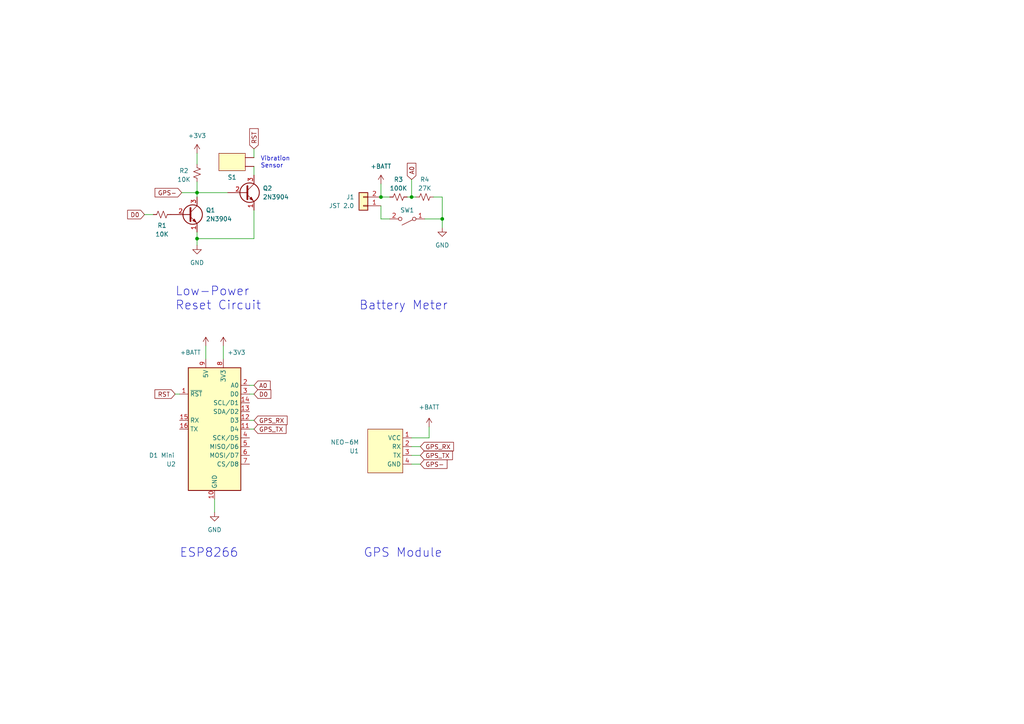
<source format=kicad_sch>
(kicad_sch (version 20211123) (generator eeschema)
  (paper "A4")
  (title_block (title "DNS DriveBy ") (rev "1.0") (company "LyndLabs"))
  (lib_symbols
    (symbol "Connector_Generic:Conn_01x02" (pin_names (offset 1.016) hide)
      (property "Reference" "J" (at 0 2.54 0))
      (property "Value" "Conn_01x02" (at 0 -5.08 0))
      (symbol "Conn_01x02_1_1"
        (rectangle (start -1.27 -2.413) (end 0 -2.667) (stroke (width 0.1524)))
        (rectangle (start -1.27 0.127) (end 0 -0.127) (stroke (width 0.1524)))
        (rectangle (start -1.27 1.27) (end 1.27 -3.81) (stroke (width 0.254)) (fill (type background)))
        (pin passive line (at -5.08 0 0) (length 3.81) (name "Pin_1") (number "1"))
        (pin passive line (at -5.08 -2.54 0) (length 3.81) (name "Pin_2") (number "2"))
      )
    )
    (symbol "DNS-DriveBy:NEO-6M"
      (property "Reference" "U1" (at -6.35 -1.2701 90))
      (property "Value" "NEO-6M" (at -6.35 1.2699 90))
      (symbol "NEO-6M_0_1"
        (rectangle (start 6.35 5.08) (end -6.35 -5.08) (fill (type background)))
      )
      (symbol "NEO-6M_1_1"
        (pin power_in line (at -3.81 7.62 270) (length 2.54) (name "VCC") (number "1"))
        (pin input line (at -1.27 7.62 270) (length 2.54) (name "RX") (number "2"))
        (pin input line (at 1.27 7.62 270) (length 2.54) (name "TX") (number "3"))
        (pin power_in line (at 3.81 7.62 270) (length 2.54) (name "GND") (number "4"))
      )
    )
    (symbol "DNS-DriveBy:Vibration_Sensor"
      (property "Reference" "S1" (at 0 4.445 90))
      (property "Value" "Vibration Sensor" (at 16.51 0 90))
      (symbol "Vibration_Sensor_0_1"
        (rectangle (start -2.54 3.81) (end 2.54 -3.81) (fill (type background)))
      )
      (symbol "Vibration_Sensor_1_1"
        (pin input line (at -1.27 -6.35 90) (length 2.54) (name "") (number ""))
        (pin input line (at 1.27 -6.35 90) (length 2.54) (name "") (number ""))
      )
    )
    (symbol "Device:Q_NPN_EBC" (pin_names (offset 0) hide)
      (property "Reference" "Q" (at 5.08 1.27 0))
      (property "Value" "Q_NPN_EBC" (at 5.08 -1.27 0))
      (symbol "Q_NPN_EBC_0_1"
        (polyline (pts (xy 0.635 0.635) (xy 2.54 2.54)))
        (polyline (pts (xy 0.635 -0.635) (xy 2.54 -2.54) (xy 2.54 -2.54)))
        (polyline (pts (xy 0.635 1.905) (xy 0.635 -1.905) (xy 0.635 -1.905)) (stroke (width 0.508)))
        (polyline (pts (xy 1.27 -1.778) (xy 1.778 -1.27) (xy 2.286 -2.286) (xy 1.27 -1.778) (xy 1.27 -1.778)) (fill (type outline)))
        (circle (center 1.27 0) (radius 2.8194) (stroke (width 0.254)))
      )
      (symbol "Q_NPN_EBC_1_1"
        (pin passive line (at 2.54 -5.08 90) (length 2.54) (name "E") (number "1"))
        (pin passive line (at -5.08 0 0) (length 5.715) (name "B") (number "2"))
        (pin passive line (at 2.54 5.08 270) (length 2.54) (name "C") (number "3"))
      )
    )
    (symbol "Device:R_Small_US" (pin_numbers hide) (pin_names (offset 0.254) hide)
      (property "Reference" "R" (at 0.762 0.508 0))
      (property "Value" "R_Small_US" (at 0.762 -1.016 0))
      (symbol "R_Small_US_1_1"
        (polyline (pts (xy 0 0) (xy 1.016 -0.381) (xy 0 -0.762) (xy -1.016 -1.143) (xy 0 -1.524)))
        (polyline (pts (xy 0 1.524) (xy 1.016 1.143) (xy 0 0.762) (xy -1.016 0.381) (xy 0 0)))
        (pin passive line (at 0 2.54 270) (length 1.016) (name "~") (number "1"))
        (pin passive line (at 0 -2.54 90) (length 1.016) (name "~") (number "2"))
      )
    )
    (symbol "MCU_Module:WeMos_D1_mini"
      (property "Reference" "U" (at 3.81 19.05 0))
      (property "Value" "WeMos_D1_mini" (at 1.27 -19.05 0))
      (symbol "WeMos_D1_mini_1_1"
        (rectangle (start -7.62 17.78) (end 7.62 -17.78) (stroke (width 0.254)) (fill (type background)))
        (pin input line (at -10.16 10.16 0) (length 2.54) (name "~{RST}") (number "1"))
        (pin power_in line (at 0 -20.32 90) (length 2.54) (name "GND") (number "10"))
        (pin bidirectional line (at 10.16 0 180) (length 2.54) (name "D4") (number "11"))
        (pin bidirectional line (at 10.16 2.54 180) (length 2.54) (name "D3") (number "12"))
        (pin bidirectional line (at 10.16 5.08 180) (length 2.54) (name "SDA/D2") (number "13"))
        (pin bidirectional line (at 10.16 7.62 180) (length 2.54) (name "SCL/D1") (number "14"))
        (pin input line (at -10.16 2.54 0) (length 2.54) (name "RX") (number "15"))
        (pin output line (at -10.16 0 0) (length 2.54) (name "TX") (number "16"))
        (pin input line (at 10.16 12.7 180) (length 2.54) (name "A0") (number "2"))
        (pin bidirectional line (at 10.16 10.16 180) (length 2.54) (name "D0") (number "3"))
        (pin bidirectional line (at 10.16 -2.54 180) (length 2.54) (name "SCK/D5") (number "4"))
        (pin bidirectional line (at 10.16 -5.08 180) (length 2.54) (name "MISO/D6") (number "5"))
        (pin bidirectional line (at 10.16 -7.62 180) (length 2.54) (name "MOSI/D7") (number "6"))
        (pin bidirectional line (at 10.16 -10.16 180) (length 2.54) (name "CS/D8") (number "7"))
        (pin power_out line (at 2.54 20.32 270) (length 2.54) (name "3V3") (number "8"))
        (pin power_in line (at -2.54 20.32 270) (length 2.54) (name "5V") (number "9"))
      )
    )
    (symbol "Switch:SW_SPST" (pin_names (offset 0) hide)
      (property "Reference" "SW" (at 0 3.175 0))
      (property "Value" "SW_SPST" (at 0 -2.54 0))
      (symbol "SW_SPST_0_0"
        (circle (center -2.032 0) (radius 0.508))
        (polyline (pts (xy -1.524 0.254) (xy 1.524 1.778)))
        (circle (center 2.032 0) (radius 0.508))
      )
      (symbol "SW_SPST_1_1"
        (pin passive line (at -5.08 0 0) (length 2.54) (name "A") (number "1"))
        (pin passive line (at 5.08 0 180) (length 2.54) (name "B") (number "2"))
      )
    )
    (symbol "power:+3V3" (power) (pin_names (offset 0))
      (property "Value" "+3V3" (at 0 3.556 0))
      (symbol "+3V3_0_1"
        (polyline (pts (xy -0.762 1.27) (xy 0 2.54)))
        (polyline (pts (xy 0 0) (xy 0 2.54)))
        (polyline (pts (xy 0 2.54) (xy 0.762 1.27)))
      )
      (symbol "+3V3_1_1"
        (pin power_in line (at 0 0 90) (length 0) hide (name "+3V3") (number "1"))
      )
    )
    (symbol "power:+BATT" (power) (pin_names (offset 0))
      (property "Value" "+BATT" (at 0 3.556 0))
      (symbol "+BATT_0_1"
        (polyline (pts (xy -0.762 1.27) (xy 0 2.54)))
        (polyline (pts (xy 0 0) (xy 0 2.54)))
        (polyline (pts (xy 0 2.54) (xy 0.762 1.27)))
      )
      (symbol "+BATT_1_1"
        (pin power_in line (at 0 0 90) (length 0) hide (name "+BATT") (number "1"))
      )
    )
    (symbol "power:GND" (power) (pin_names (offset 0))
      (property "Value" "GND" (at 0 -3.81 0))
      (symbol "GND_0_1"
        (polyline (pts (xy 0 0) (xy 0 -1.27) (xy 1.27 -1.27) (xy 0 -2.54) (xy -1.27 -1.27) (xy 0 -1.27)))
      )
      (symbol "GND_1_1"
        (pin power_in line (at 0 0 270) (length 0) hide (name "GND") (number "1"))
      )
    )
  )
  (junction (at 110.49 57.15))
  (junction (at 57.15 69.215))
  (junction (at 57.15 55.88))
  (junction (at 119.38 57.15))
  (junction (at 128.27 63.5))
  (wire (pts (xy 125.73 57.15) (xy 128.27 57.15)))
  (wire (pts (xy 62.23 144.78) (xy 62.23 148.59)))
  (wire (pts (xy 73.66 43.18) (xy 73.66 45.72)))
  (wire (pts (xy 118.11 57.15) (xy 119.38 57.15)))
  (wire (pts (xy 72.39 124.46) (xy 73.66 124.46)))
  (wire (pts (xy 50.8 114.3) (xy 52.07 114.3)))
  (wire (pts (xy 57.15 67.31) (xy 57.15 69.215)))
  (wire (pts (xy 119.38 134.62) (xy 121.92 134.62)))
  (wire (pts (xy 64.77 100.33) (xy 64.77 104.14)))
  (wire (pts (xy 119.38 52.07) (xy 119.38 57.15)))
  (wire (pts (xy 57.15 69.215) (xy 73.66 69.215)))
  (wire (pts (xy 57.15 52.705) (xy 57.15 55.88)))
  (wire (pts (xy 72.39 114.3) (xy 73.66 114.3)))
  (wire (pts (xy 73.66 69.215) (xy 73.66 60.96)))
  (wire (pts (xy 119.38 127) (xy 124.46 127)))
  (wire (pts (xy 57.15 69.215) (xy 57.15 71.12)))
  (wire (pts (xy 121.92 129.54) (xy 119.38 129.54)))
  (wire (pts (xy 119.38 57.15) (xy 120.65 57.15)))
  (wire (pts (xy 124.46 127) (xy 124.46 123.825)))
  (wire (pts (xy 57.15 55.88) (xy 57.15 57.15)))
  (wire (pts (xy 73.66 48.26) (xy 73.66 50.8)))
  (wire (pts (xy 57.15 44.45) (xy 57.15 47.625)))
  (wire (pts (xy 110.49 63.5) (xy 113.03 63.5)))
  (wire (pts (xy 128.27 63.5) (xy 128.27 66.04)))
  (wire (pts (xy 121.92 132.08) (xy 119.38 132.08)))
  (wire (pts (xy 110.49 53.34) (xy 110.49 57.15)))
  (wire (pts (xy 110.49 57.15) (xy 113.03 57.15)))
  (wire (pts (xy 72.39 121.92) (xy 73.66 121.92)))
  (wire (pts (xy 72.39 111.76) (xy 73.66 111.76)))
  (wire (pts (xy 52.705 55.88) (xy 57.15 55.88)))
  (wire (pts (xy 128.27 57.15) (xy 128.27 63.5)))
  (wire (pts (xy 57.15 55.88) (xy 66.04 55.88)))
  (wire (pts (xy 59.69 100.33) (xy 59.69 104.14)))
  (wire (pts (xy 110.49 59.69) (xy 110.49 63.5)))
  (wire (pts (xy 123.19 63.5) (xy 128.27 63.5)))
  (wire (pts (xy 41.91 62.23) (xy 44.45 62.23)))
  (text "ESP8266\n" (at 52.07 161.925 0) (effects (font (size 2.54 2.54)) (justify left bottom)))
  (text "Vibration \nSensor\n" (at 75.565 48.895 0) (effects (font (size 1.27 1.27)) (justify left bottom)))
  (text "Battery Meter" (at 104.14 90.17 0) (effects (font (size 2.54 2.54)) (justify left bottom)))
  (text "GPS Module\n" (at 105.41 161.925 0) (effects (font (size 2.54 2.54)) (justify left bottom)))
  (text "Low-Power \nReset Circuit" (at 50.8 90.17 0) (effects (font (size 2.54 2.54)) (justify left bottom)))
  (global_label "GPS_TX" (shape input) (at 73.66 124.46 0) (property "Intersheet References" "${INTERSHEET_REFS}" (effects hide)))
  (global_label "A0" (shape input) (at 119.38 52.07 90) (property "Intersheet References" "${INTERSHEET_REFS}" (effects hide)))
  (global_label "GPS_TX" (shape input) (at 121.92 132.08 0) (property "Intersheet References" "${INTERSHEET_REFS}" (effects hide)))
  (global_label "D0" (shape input) (at 73.66 114.3 0) (property "Intersheet References" "${INTERSHEET_REFS}" (effects hide)))
  (global_label "RST" (shape input) (at 50.8 114.3 180) (property "Intersheet References" "${INTERSHEET_REFS}" (effects hide)))
  (global_label "GPS-" (shape input) (at 52.705 55.88 180) (property "Intersheet References" "${INTERSHEET_REFS}" (effects hide)))
  (global_label "A0" (shape input) (at 73.66 111.76 0) (property "Intersheet References" "${INTERSHEET_REFS}" (effects hide)))
  (global_label "GPS-" (shape input) (at 121.92 134.62 0) (property "Intersheet References" "${INTERSHEET_REFS}" (effects hide)))
  (global_label "GPS_RX" (shape input) (at 121.92 129.54 0) (property "Intersheet References" "${INTERSHEET_REFS}" (effects hide)))
  (global_label "GPS_RX" (shape input) (at 73.66 121.92 0) (property "Intersheet References" "${INTERSHEET_REFS}" (effects hide)))
  (global_label "RST" (shape input) (at 73.66 43.18 90) (property "Intersheet References" "${INTERSHEET_REFS}" (effects hide)))
  (global_label "D0" (shape input) (at 41.91 62.23 180) (property "Intersheet References" "${INTERSHEET_REFS}" (effects hide)))
  (symbol (lib_id "power:+3V3") (at 57.15 44.45 0) (unit 1)
    (property "Reference" "#PWR0109" (effects hide))
    (property "Value" "+3V3" (at 57.15 39.37 0))
  )
  (symbol (lib_id "Device:R_Small_US") (at 123.19 57.15 90) (unit 1)
    (property "Reference" "R4" (at 123.19 52.07 90))
    (property "Value" "27K" (at 123.19 54.61 90))
    (property "Footprint" "Resistor_THT:R_Axial_DIN0207_L6.3mm_D2.5mm_P7.62mm_Horizontal" (effects hide))
  )
  (symbol (lib_id "Device:Q_NPN_EBC") (at 54.61 62.23 0) (unit 1)
    (property "Reference" "Q1" (at 59.69 60.9599 0) (effects (justify left)))
    (property "Value" "2N3904" (at 59.69 63.4999 0) (effects (justify left)))
    (property "Footprint" "Package_TO_SOT_THT:TO-92L_Inline_Wide" (effects hide))
  )
  (symbol (lib_id "MCU_Module:WeMos_D1_mini") (at 62.23 124.46 0) (unit 1)
    (property "Reference" "U2" (at 48.26 134.62 0) (effects (justify left)))
    (property "Value" "D1 Mini" (at 43.18 132.08 0) (effects (justify left)))
    (property "Footprint" "Module:WEMOS_D1_mini_light" (effects hide))
    (property "Datasheet" "https://wiki.wemos.cc/products:d1:d1_mini#documentation" (effects hide))
  )
  (symbol (lib_id "power:GND") (at 57.15 71.12 0) (unit 1)
    (property "Reference" "#PWR0108" (effects hide))
    (property "Value" "GND" (at 57.15 76.2 0))
  )
  (symbol (lib_id "power:GND") (at 128.27 66.04 0) (unit 1)
    (property "Reference" "#PWR0105" (effects hide))
    (property "Value" "GND" (at 128.27 71.12 0))
  )
  (symbol (lib_id "Device:R_Small_US") (at 115.57 57.15 90) (unit 1)
    (property "Reference" "R3" (at 115.57 52.07 90))
    (property "Value" "100K" (at 115.57 54.61 90))
    (property "Footprint" "Resistor_THT:R_Axial_DIN0207_L6.3mm_D2.5mm_P7.62mm_Horizontal" (effects hide))
  )
  (symbol (lib_id "Device:R_Small_US") (at 46.99 62.23 90) (unit 1)
    (property "Reference" "R1" (at 46.99 65.405 90))
    (property "Value" "10K" (at 46.99 67.945 90))
    (property "Footprint" "Resistor_THT:R_Axial_DIN0207_L6.3mm_D2.5mm_P7.62mm_Horizontal" (effects hide))
  )
  (symbol (lib_id "power:+BATT") (at 59.69 100.33 0) (unit 1)
    (property "Reference" "#PWR0103" (effects hide))
    (property "Value" "+BATT" (at 55.245 102.235 0))
  )
  (symbol (lib_id "power:+BATT") (at 110.49 53.34 0) (unit 1)
    (property "Reference" "#PWR0104" (effects hide))
    (property "Value" "+BATT" (at 110.49 48.26 0))
  )
  (symbol (lib_id "Device:R_Small_US") (at 57.15 50.165 180) (unit 1)
    (property "Reference" "R2" (at 53.34 49.53 0))
    (property "Value" "10K" (at 53.34 52.07 0))
    (property "Footprint" "Resistor_THT:R_Axial_DIN0207_L6.3mm_D2.5mm_P7.62mm_Horizontal" (effects hide))
  )
  (symbol (lib_id "DNS-DriveBy:NEO-6M") (at 111.76 130.81 270) (unit 1)
    (property "Reference" "U1" (at 104.14 130.81 90) (effects (justify right)))
    (property "Value" "NEO-6M" (at 104.14 128.27 90) (effects (justify right)))
    (property "Footprint" "DNS-DriveBy:NEO-6M GPS" (effects hide))
  )
  (symbol (lib_id "power:GND") (at 62.23 148.59 0) (unit 1)
    (property "Reference" "#PWR0101" (effects hide))
    (property "Value" "GND" (at 62.23 153.67 0))
  )
  (symbol (lib_id "Switch:SW_SPST") (at 118.11 63.5 180) (unit 1)
    (property "Reference" "SW1" (at 118.11 60.96 0))
    (property "Value" "SW_SPST" (effects hide))
    (property "Footprint" "Button_Switch_THT:SW_CuK_JS202011CQN_DPDT_Straight" (effects hide))
  )
  (symbol (lib_id "Device:Q_NPN_EBC") (at 71.12 55.88 0) (unit 1)
    (property "Reference" "Q2" (at 76.2 54.6099 0) (effects (justify left)))
    (property "Value" "2N3904" (at 76.2 57.1499 0) (effects (justify left)))
    (property "Footprint" "Package_TO_SOT_THT:TO-92L_Inline_Wide" (effects hide))
  )
  (symbol (lib_id "power:+BATT") (at 124.46 123.825 0) (unit 1)
    (property "Reference" "#PWR0102" (effects hide))
    (property "Value" "+BATT" (at 124.46 118.11 0))
  )
  (symbol (lib_id "Connector_Generic:Conn_01x02") (at 105.41 59.69 180) (unit 1)
    (property "Reference" "J1" (at 101.6 57.15 0))
    (property "Value" "JST 2.0" (at 99.06 59.69 0))
    (property "Footprint" "Connector_JST:JST_PH_S2B-PH-SM4-TB_1x02-1MP_P2.00mm_Horizontal" (effects hide))
  )
  (symbol (lib_id "DNS-DriveBy:Vibration_Sensor") (at 67.31 46.99 90) (unit 1)
    (property "Reference" "S1" (at 67.31 51.435 90))
    (property "Value" "Vibration" (effects hide))
    (property "Footprint" "DNS-DriveBy:Vibration Sensor" (effects hide))
  )
  (symbol (lib_id "power:+3V3") (at 64.77 100.33 0) (unit 1)
    (property "Reference" "#PWR0106" (effects hide))
    (property "Value" "+3V3" (at 68.58 102.235 0))
  )
)
</source>
